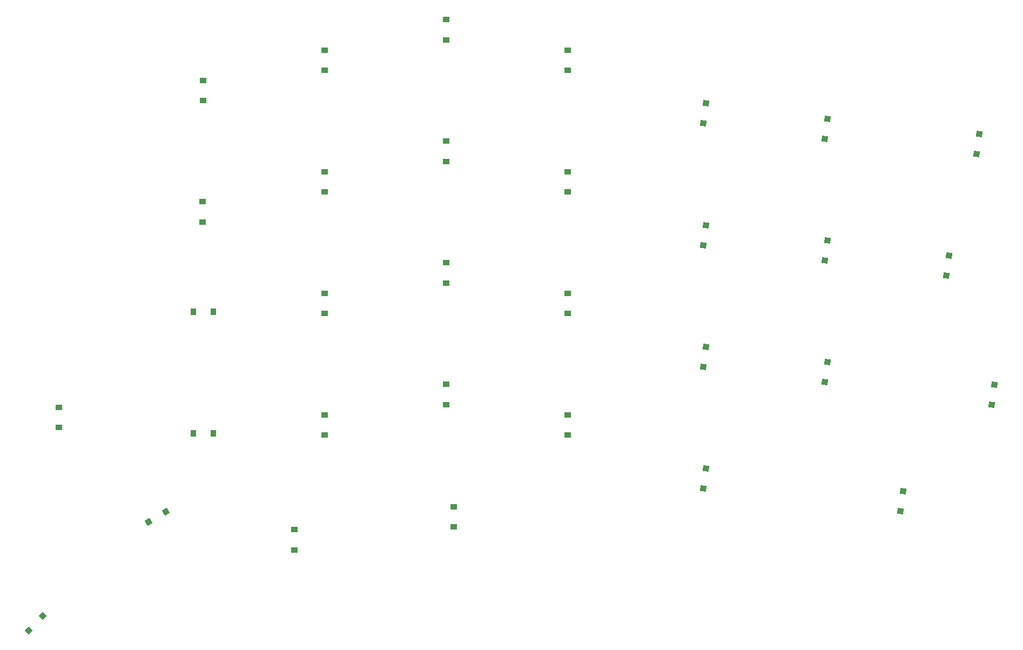
<source format=gbp>
G04 Layer: BottomPasteMaskLayer*
G04 EasyEDA v6.5.23, 2023-04-24 17:16:31*
G04 8c4d49fcd7fc4e44909a734d2420ee08,351801b383604bb389f78a6fc88bd684,10*
G04 Gerber Generator version 0.2*
G04 Scale: 100 percent, Rotated: No, Reflected: No *
G04 Dimensions in inches *
G04 leading zeros omitted , absolute positions ,3 integer and 6 decimal *
%FSLAX36Y36*%
%MOIN*%

%AMMACRO1*21,1,$1,$2,0,0,$3*%
%ADD10MACRO1,0.0374X0.0354X172.4999*%
%ADD11MACRO1,0.0374X0.0354X0.0000*%
%ADD12MACRO1,0.0374X0.0354X90.0000*%
%ADD13MACRO1,0.0374X0.0354X-60.0020*%
%ADD14MACRO1,0.0374X0.0354X-60.0007*%
%ADD15MACRO1,0.0374X0.0354X-45.0032*%
%ADD16MACRO1,0.0374X0.0354X-45.0011*%

%LPD*%
D10*
G01*
X6430102Y2406206D03*
G01*
X6413915Y2283253D03*
G01*
X6148852Y3203081D03*
G01*
X6132665Y3080128D03*
G01*
X6336352Y3953081D03*
G01*
X6320165Y3830128D03*
G01*
X5398852Y4046831D03*
G01*
X5382665Y3923878D03*
G01*
X5398852Y3296831D03*
G01*
X5382665Y3173878D03*
G01*
X5398852Y2546831D03*
G01*
X5382665Y2423878D03*
G01*
X5867602Y1749956D03*
G01*
X5851415Y1627003D03*
G01*
X4648852Y1890581D03*
G01*
X4632665Y1767628D03*
G01*
X4648852Y2640581D03*
G01*
X4632665Y2517628D03*
G01*
X4648852Y3390581D03*
G01*
X4632665Y3267628D03*
G01*
X4649114Y4142564D03*
G01*
X4632926Y4019611D03*
D11*
G01*
X3796880Y2221246D03*
G01*
X3796880Y2097231D03*
G01*
X3796880Y2971246D03*
G01*
X3796880Y2847231D03*
G01*
X3796880Y3721246D03*
G01*
X3796880Y3597231D03*
G01*
X3796880Y4471246D03*
G01*
X3796880Y4347231D03*
G01*
X3046880Y2408746D03*
G01*
X3046880Y2284731D03*
G01*
X3046880Y3158746D03*
G01*
X3046880Y3034731D03*
G01*
X3046880Y3908746D03*
G01*
X3046880Y3784731D03*
G01*
X3046880Y4658746D03*
G01*
X3046880Y4534731D03*
G01*
X2296880Y2221246D03*
G01*
X2296880Y2097231D03*
G01*
X2296880Y2971246D03*
G01*
X2296880Y2847231D03*
G01*
X2296880Y3721246D03*
G01*
X2296880Y3597231D03*
G01*
X2296880Y4471246D03*
G01*
X2296880Y4347231D03*
G01*
X3093755Y1528753D03*
G01*
X3093755Y1652768D03*
G01*
X2109380Y1388128D03*
G01*
X2109380Y1512143D03*
G01*
X1546880Y4283746D03*
G01*
X1546880Y4159731D03*
G01*
X1545005Y3535621D03*
G01*
X1545005Y3411606D03*
D12*
G01*
X1610001Y2855625D03*
G01*
X1485987Y2855625D03*
G01*
X1610001Y2105625D03*
G01*
X1485987Y2105625D03*
D11*
G01*
X656255Y2268121D03*
G01*
X656255Y2144106D03*
D13*
G01*
X1209342Y1561251D03*
D14*
G01*
X1316741Y1623260D03*
D15*
G01*
X469670Y891542D03*
D16*
G01*
X557362Y979232D03*
M02*

</source>
